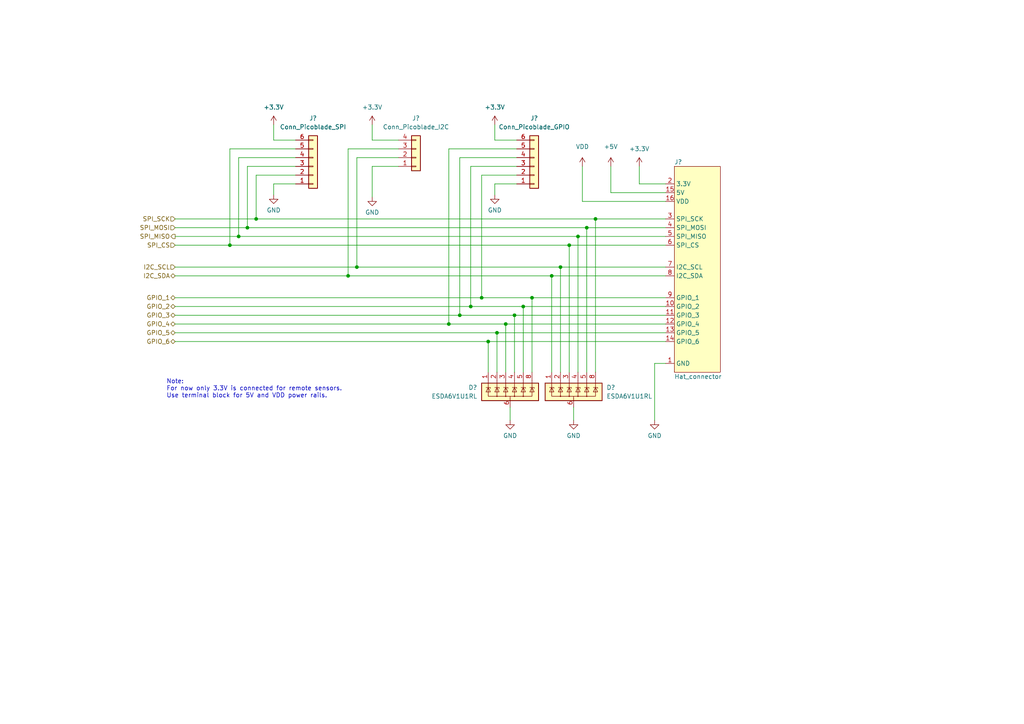
<source format=kicad_sch>
(kicad_sch (version 20211123) (generator eeschema)
  (paper "A4")
  (lib_symbols
    (symbol "0_connectors:Hat_connector"
      (property "Reference" "J" (at -6.35 -26.035 0))
      (property "Value" "Hat_connector" (at -6.985 36.195 0))
      (symbol "Hat_connector_0_0"
        (pin power_in line (at -9.525 -22.225 0) (length 2.54) (name "GND") (number "1"))
        (pin bidirectional line (at -9.525 -5.715 0) (length 2.54) (name "GPIO_2") (number "10"))
        (pin bidirectional line (at -9.525 -8.255 0) (length 2.54) (name "GPIO_3") (number "11"))
        (pin bidirectional line (at -9.525 -10.795 0) (length 2.54) (name "GPIO_4") (number "12"))
        (pin bidirectional line (at -9.525 -13.335 0) (length 2.54) (name "GPIO_5") (number "13"))
        (pin bidirectional line (at -9.525 -15.875 0) (length 2.54) (name "GPIO_6") (number "14"))
        (pin power_out line (at -9.525 27.305 0) (length 2.54) (name "5V") (number "15"))
        (pin power_out line (at -9.525 24.765 0) (length 2.54) (name "VDD") (number "16"))
        (pin power_out line (at -9.525 29.845 0) (length 2.54) (name "3.3V") (number "2"))
        (pin output line (at -9.525 19.685 0) (length 2.54) (name "SPI_SCK") (number "3"))
        (pin output line (at -9.525 17.145 0) (length 2.54) (name "SPI_MOSI") (number "4"))
        (pin input line (at -9.525 14.605 0) (length 2.54) (name "SPI_MISO") (number "5"))
        (pin output line (at -9.525 12.065 0) (length 2.54) (name "SPI_CS") (number "6"))
        (pin output line (at -9.525 5.715 0) (length 2.54) (name "I2C_SCL") (number "7"))
        (pin bidirectional line (at -9.525 3.175 0) (length 2.54) (name "I2C_SDA") (number "8"))
        (pin bidirectional line (at -9.525 -3.175 0) (length 2.54) (name "GPIO_1") (number "9"))
      )
      (symbol "Hat_connector_0_1"
        (rectangle (start -6.985 34.925) (end 6.35 -24.765) (fill (type background)))
      )
    )
    (symbol "0_power_protection:ESDA6V1U1RL" (pin_names hide)
      (property "Reference" "D" (at 12.065 9.525 0))
      (property "Value" "ESDA6V1U1RL" (at 17.78 11.43 0))
      (symbol "ESDA6V1U1RL_0_0"
        (pin passive line (at 0 -5.08 90) (length 2.54) (name "GND") (number "6"))
        (pin passive line (at 0 -5.08 90) (length 2.54) hide (name "GND") (number "7"))
      )
      (symbol "ESDA6V1U1RL_0_1"
        (rectangle (start -8.255 1.905) (end 8.255 -3.175) (stroke (width 0.254)) (fill (type background)))
        (circle (center -3.81 -1.905) (radius 0.127))
        (circle (center -1.27 -1.905) (radius 0.127))
        (polyline (pts (xy -3.81 2.54) (xy -3.81 -1.905)))
        (polyline (pts (xy -1.27 2.54) (xy -1.27 -1.905)))
        (polyline (pts (xy 0 -1.905) (xy 0 -2.54)))
        (polyline (pts (xy 1.27 2.54) (xy 1.27 -1.905)))
        (polyline (pts (xy 3.81 2.54) (xy 3.81 -1.905)))
        (polyline (pts (xy -6.985 0.635) (xy -5.715 0.635) (xy -5.715 0.381)))
        (polyline (pts (xy -4.445 0.635) (xy -3.175 0.635) (xy -3.175 0.381)))
        (polyline (pts (xy -1.905 0.635) (xy -0.635 0.635) (xy -0.635 0.381)))
        (polyline (pts (xy 0.635 0.635) (xy 1.905 0.635) (xy 1.905 0.381)))
        (polyline (pts (xy 3.175 0.635) (xy 4.445 0.635) (xy 4.445 0.381)))
        (polyline (pts (xy 5.715 0.635) (xy 6.985 0.635) (xy 6.985 0.381)))
        (polyline (pts (xy -6.985 -0.635) (xy -5.715 -0.635) (xy -6.35 0.635) (xy -6.985 -0.635)))
        (polyline (pts (xy -6.35 2.54) (xy -6.35 -1.905) (xy 6.35 -1.905) (xy 6.35 2.54)))
        (polyline (pts (xy -4.445 -0.635) (xy -3.175 -0.635) (xy -3.81 0.635) (xy -4.445 -0.635)))
        (polyline (pts (xy -1.905 -0.635) (xy -0.635 -0.635) (xy -1.27 0.635) (xy -1.905 -0.635)))
        (polyline (pts (xy 0.635 -0.635) (xy 1.905 -0.635) (xy 1.27 0.635) (xy 0.635 -0.635)))
        (polyline (pts (xy 3.175 -0.635) (xy 4.445 -0.635) (xy 3.81 0.635) (xy 3.175 -0.635)))
        (polyline (pts (xy 5.715 -0.635) (xy 6.985 -0.635) (xy 6.35 0.635) (xy 5.715 -0.635)))
        (circle (center 1.27 -1.905) (radius 0.127))
        (circle (center 3.81 -1.905) (radius 0.127))
      )
      (symbol "ESDA6V1U1RL_1_1"
        (pin passive line (at -6.35 5.08 270) (length 2.54) (name "IO1") (number "1"))
        (pin passive line (at -3.81 5.08 270) (length 2.54) (name "IO2") (number "2"))
        (pin passive line (at -1.27 5.08 270) (length 2.54) (name "IO3") (number "3"))
        (pin passive line (at 1.27 5.08 270) (length 2.54) (name "IO4") (number "4"))
        (pin passive line (at 3.81 5.08 270) (length 2.54) (name "IO5") (number "5"))
        (pin passive line (at 6.35 5.08 270) (length 2.54) (name "IO6") (number "8"))
      )
    )
    (symbol "Connector_Generic:Conn_01x04" (pin_names (offset 1.016) hide)
      (property "Reference" "J" (at 0 5.08 0))
      (property "Value" "Conn_01x04" (at 0 -7.62 0))
      (symbol "Conn_01x04_1_1"
        (rectangle (start -1.27 -4.953) (end 0 -5.207) (stroke (width 0.1524)))
        (rectangle (start -1.27 -2.413) (end 0 -2.667) (stroke (width 0.1524)))
        (rectangle (start -1.27 0.127) (end 0 -0.127) (stroke (width 0.1524)))
        (rectangle (start -1.27 2.667) (end 0 2.413) (stroke (width 0.1524)))
        (rectangle (start -1.27 3.81) (end 1.27 -6.35) (stroke (width 0.254)) (fill (type background)))
        (pin passive line (at -5.08 2.54 0) (length 3.81) (name "Pin_1") (number "1"))
        (pin passive line (at -5.08 0 0) (length 3.81) (name "Pin_2") (number "2"))
        (pin passive line (at -5.08 -2.54 0) (length 3.81) (name "Pin_3") (number "3"))
        (pin passive line (at -5.08 -5.08 0) (length 3.81) (name "Pin_4") (number "4"))
      )
    )
    (symbol "Connector_Generic:Conn_01x06" (pin_names (offset 1.016) hide)
      (property "Reference" "J" (at 0 7.62 0))
      (property "Value" "Conn_01x06" (at 0 -10.16 0))
      (symbol "Conn_01x06_1_1"
        (rectangle (start -1.27 -7.493) (end 0 -7.747) (stroke (width 0.1524)))
        (rectangle (start -1.27 -4.953) (end 0 -5.207) (stroke (width 0.1524)))
        (rectangle (start -1.27 -2.413) (end 0 -2.667) (stroke (width 0.1524)))
        (rectangle (start -1.27 0.127) (end 0 -0.127) (stroke (width 0.1524)))
        (rectangle (start -1.27 2.667) (end 0 2.413) (stroke (width 0.1524)))
        (rectangle (start -1.27 5.207) (end 0 4.953) (stroke (width 0.1524)))
        (rectangle (start -1.27 6.35) (end 1.27 -8.89) (stroke (width 0.254)) (fill (type background)))
        (pin passive line (at -5.08 5.08 0) (length 3.81) (name "Pin_1") (number "1"))
        (pin passive line (at -5.08 2.54 0) (length 3.81) (name "Pin_2") (number "2"))
        (pin passive line (at -5.08 0 0) (length 3.81) (name "Pin_3") (number "3"))
        (pin passive line (at -5.08 -2.54 0) (length 3.81) (name "Pin_4") (number "4"))
        (pin passive line (at -5.08 -5.08 0) (length 3.81) (name "Pin_5") (number "5"))
        (pin passive line (at -5.08 -7.62 0) (length 3.81) (name "Pin_6") (number "6"))
      )
    )
    (symbol "power:+3.3V" (power) (pin_names (offset 0))
      (property "Value" "+3.3V" (at 0 3.556 0))
      (symbol "+3.3V_0_1"
        (polyline (pts (xy -0.762 1.27) (xy 0 2.54)))
        (polyline (pts (xy 0 0) (xy 0 2.54)))
        (polyline (pts (xy 0 2.54) (xy 0.762 1.27)))
      )
      (symbol "+3.3V_1_1"
        (pin power_in line (at 0 0 90) (length 0) hide (name "+3.3V") (number "1"))
      )
    )
    (symbol "power:+5V" (power) (pin_names (offset 0))
      (property "Value" "+5V" (at 0 3.556 0))
      (symbol "+5V_0_1"
        (polyline (pts (xy -0.762 1.27) (xy 0 2.54)))
        (polyline (pts (xy 0 0) (xy 0 2.54)))
        (polyline (pts (xy 0 2.54) (xy 0.762 1.27)))
      )
      (symbol "+5V_1_1"
        (pin power_in line (at 0 0 90) (length 0) hide (name "+5V") (number "1"))
      )
    )
    (symbol "power:GND" (power) (pin_names (offset 0))
      (property "Value" "GND" (at 0 -3.81 0))
      (symbol "GND_0_1"
        (polyline (pts (xy 0 0) (xy 0 -1.27) (xy 1.27 -1.27) (xy 0 -2.54) (xy -1.27 -1.27) (xy 0 -1.27)))
      )
      (symbol "GND_1_1"
        (pin power_in line (at 0 0 270) (length 0) hide (name "GND") (number "1"))
      )
    )
    (symbol "power:VDD" (power) (pin_names (offset 0))
      (property "Value" "VDD" (at 0 3.81 0))
      (symbol "VDD_0_1"
        (polyline (pts (xy -0.762 1.27) (xy 0 2.54)))
        (polyline (pts (xy 0 0) (xy 0 2.54)))
        (polyline (pts (xy 0 2.54) (xy 0.762 1.27)))
      )
      (symbol "VDD_1_1"
        (pin power_in line (at 0 0 90) (length 0) hide (name "VDD") (number "1"))
      )
    )
  )
  (junction (at 100.965 80.01))
  (junction (at 165.1 71.12))
  (junction (at 66.675 71.12))
  (junction (at 160.02 80.01))
  (junction (at 133.35 91.44))
  (junction (at 69.215 68.58))
  (junction (at 172.72 63.5))
  (junction (at 71.755 66.04))
  (junction (at 103.505 77.47))
  (junction (at 154.305 86.36))
  (junction (at 130.175 93.98))
  (junction (at 170.18 66.04))
  (junction (at 149.225 91.44))
  (junction (at 167.64 68.58))
  (junction (at 144.145 96.52))
  (junction (at 162.56 77.47))
  (junction (at 74.295 63.5))
  (junction (at 141.605 99.06))
  (junction (at 136.525 88.9))
  (junction (at 146.685 93.98))
  (junction (at 151.765 88.9))
  (junction (at 139.7 86.36))
  (wire (pts (xy 167.64 68.58) (xy 167.64 107.95)))
  (wire (pts (xy 130.175 43.18) (xy 130.175 93.98)))
  (wire (pts (xy 50.8 80.01) (xy 100.965 80.01)))
  (wire (pts (xy 149.225 91.44) (xy 149.225 107.95)))
  (wire (pts (xy 74.295 50.8) (xy 74.295 63.5)))
  (wire (pts (xy 50.8 91.44) (xy 133.35 91.44)))
  (wire (pts (xy 107.95 57.15) (xy 107.95 48.26)))
  (wire (pts (xy 146.685 93.98) (xy 193.04 93.98)))
  (wire (pts (xy 143.51 36.195) (xy 143.51 40.64)))
  (wire (pts (xy 165.1 71.12) (xy 193.04 71.12)))
  (wire (pts (xy 165.1 71.12) (xy 165.1 107.95)))
  (wire (pts (xy 74.295 63.5) (xy 172.72 63.5)))
  (wire (pts (xy 136.525 88.9) (xy 151.765 88.9)))
  (wire (pts (xy 50.8 88.9) (xy 136.525 88.9)))
  (wire (pts (xy 162.56 77.47) (xy 162.56 107.95)))
  (wire (pts (xy 189.865 105.41) (xy 193.04 105.41)))
  (wire (pts (xy 79.375 36.195) (xy 79.375 40.64)))
  (wire (pts (xy 50.8 71.12) (xy 66.675 71.12)))
  (wire (pts (xy 168.91 58.42) (xy 193.04 58.42)))
  (wire (pts (xy 149.86 48.26) (xy 136.525 48.26)))
  (wire (pts (xy 143.51 56.515) (xy 143.51 53.34)))
  (wire (pts (xy 50.8 96.52) (xy 144.145 96.52)))
  (wire (pts (xy 71.755 48.26) (xy 71.755 66.04)))
  (wire (pts (xy 185.42 53.34) (xy 193.04 53.34)))
  (wire (pts (xy 151.765 88.9) (xy 151.765 107.95)))
  (wire (pts (xy 50.8 63.5) (xy 74.295 63.5)))
  (wire (pts (xy 136.525 48.26) (xy 136.525 88.9)))
  (wire (pts (xy 170.18 66.04) (xy 170.18 107.95)))
  (wire (pts (xy 172.72 63.5) (xy 172.72 107.95)))
  (wire (pts (xy 139.7 86.36) (xy 154.305 86.36)))
  (wire (pts (xy 168.91 48.26) (xy 168.91 58.42)))
  (wire (pts (xy 147.955 118.11) (xy 147.955 121.92)))
  (wire (pts (xy 50.8 66.04) (xy 71.755 66.04)))
  (wire (pts (xy 189.865 121.92) (xy 189.865 105.41)))
  (wire (pts (xy 172.72 63.5) (xy 193.04 63.5)))
  (wire (pts (xy 143.51 40.64) (xy 149.86 40.64)))
  (wire (pts (xy 133.35 45.72) (xy 133.35 91.44)))
  (wire (pts (xy 162.56 77.47) (xy 193.04 77.47)))
  (wire (pts (xy 69.215 45.72) (xy 69.215 68.58)))
  (wire (pts (xy 103.505 77.47) (xy 162.56 77.47)))
  (wire (pts (xy 141.605 99.06) (xy 193.04 99.06)))
  (wire (pts (xy 50.8 86.36) (xy 139.7 86.36)))
  (wire (pts (xy 146.685 93.98) (xy 146.685 107.95)))
  (wire (pts (xy 50.8 99.06) (xy 141.605 99.06)))
  (wire (pts (xy 50.8 93.98) (xy 130.175 93.98)))
  (wire (pts (xy 50.8 77.47) (xy 103.505 77.47)))
  (wire (pts (xy 130.175 93.98) (xy 146.685 93.98)))
  (wire (pts (xy 85.725 43.18) (xy 66.675 43.18)))
  (wire (pts (xy 85.725 45.72) (xy 69.215 45.72)))
  (wire (pts (xy 133.35 91.44) (xy 149.225 91.44)))
  (wire (pts (xy 141.605 99.06) (xy 141.605 107.95)))
  (wire (pts (xy 100.965 43.18) (xy 100.965 80.01)))
  (wire (pts (xy 85.725 50.8) (xy 74.295 50.8)))
  (wire (pts (xy 177.165 48.26) (xy 177.165 55.88)))
  (wire (pts (xy 170.18 66.04) (xy 193.04 66.04)))
  (wire (pts (xy 66.675 71.12) (xy 165.1 71.12)))
  (wire (pts (xy 143.51 53.34) (xy 149.86 53.34)))
  (wire (pts (xy 115.57 43.18) (xy 100.965 43.18)))
  (wire (pts (xy 144.145 96.52) (xy 144.145 107.95)))
  (wire (pts (xy 149.86 43.18) (xy 130.175 43.18)))
  (wire (pts (xy 177.165 55.88) (xy 193.04 55.88)))
  (wire (pts (xy 79.375 40.64) (xy 85.725 40.64)))
  (wire (pts (xy 115.57 45.72) (xy 103.505 45.72)))
  (wire (pts (xy 66.675 43.18) (xy 66.675 71.12)))
  (wire (pts (xy 144.145 96.52) (xy 193.04 96.52)))
  (wire (pts (xy 166.37 118.11) (xy 166.37 121.92)))
  (wire (pts (xy 167.64 68.58) (xy 193.04 68.58)))
  (wire (pts (xy 85.725 48.26) (xy 71.755 48.26)))
  (wire (pts (xy 71.755 66.04) (xy 170.18 66.04)))
  (wire (pts (xy 149.86 45.72) (xy 133.35 45.72)))
  (wire (pts (xy 154.305 86.36) (xy 154.305 107.95)))
  (wire (pts (xy 50.8 68.58) (xy 69.215 68.58)))
  (wire (pts (xy 149.86 50.8) (xy 139.7 50.8)))
  (wire (pts (xy 69.215 68.58) (xy 167.64 68.58)))
  (wire (pts (xy 151.765 88.9) (xy 193.04 88.9)))
  (wire (pts (xy 139.7 50.8) (xy 139.7 86.36)))
  (wire (pts (xy 154.305 86.36) (xy 193.04 86.36)))
  (wire (pts (xy 107.95 48.26) (xy 115.57 48.26)))
  (wire (pts (xy 185.42 48.26) (xy 185.42 53.34)))
  (wire (pts (xy 103.505 45.72) (xy 103.505 77.47)))
  (wire (pts (xy 107.95 36.195) (xy 107.95 40.64)))
  (wire (pts (xy 160.02 80.01) (xy 193.04 80.01)))
  (wire (pts (xy 149.225 91.44) (xy 193.04 91.44)))
  (wire (pts (xy 160.02 80.01) (xy 160.02 107.95)))
  (wire (pts (xy 79.375 53.34) (xy 85.725 53.34)))
  (wire (pts (xy 107.95 40.64) (xy 115.57 40.64)))
  (wire (pts (xy 100.965 80.01) (xy 160.02 80.01)))
  (wire (pts (xy 79.375 56.515) (xy 79.375 53.34)))
  (text "Note:\nFor now only 3.3V is connected for remote sensors.\nUse terminal block for 5V and VDD power rails." (at 48.26 115.57 0) (effects (font (size 1.27 1.27)) (justify left bottom)))
  (hierarchical_label "SPI_SCK" (shape input) (at 50.8 63.5 180))
  (hierarchical_label "GPIO_6" (shape bidirectional) (at 50.8 99.06 180))
  (hierarchical_label "GPIO_5" (shape bidirectional) (at 50.8 96.52 180))
  (hierarchical_label "SPI_MOSI" (shape input) (at 50.8 66.04 180))
  (hierarchical_label "I2C_SCL" (shape input) (at 50.8 77.47 180))
  (hierarchical_label "GPIO_4" (shape bidirectional) (at 50.8 93.98 180))
  (hierarchical_label "GPIO_2" (shape bidirectional) (at 50.8 88.9 180))
  (hierarchical_label "I2C_SDA" (shape bidirectional) (at 50.8 80.01 180))
  (hierarchical_label "GPIO_1" (shape bidirectional) (at 50.8 86.36 180))
  (hierarchical_label "SPI_CS" (shape input) (at 50.8 71.12 180))
  (hierarchical_label "SPI_MISO" (shape output) (at 50.8 68.58 180))
  (hierarchical_label "GPIO_3" (shape bidirectional) (at 50.8 91.44 180))
  (symbol (lib_id "power:GND") (at 107.95 57.15 0) (unit 1)
    (property "Reference" "#PWR?" (effects hide))
    (property "Value" "GND" (at 107.95 61.595 0))
  )
  (symbol (lib_id "0_connectors:Hat_connector") (at 202.565 83.185 0) (unit 1)
    (property "Reference" "J?" (at 195.58 46.99 0) (effects (justify left)))
    (property "Value" "Hat_connector" (at 195.58 109.22 0) (effects (justify left)))
    (property "Footprint" "0_connectors:Hat_connector" (effects hide))
  )
  (symbol (lib_id "0_power_protection:ESDA6V1U1RL") (at 147.955 113.03 0) (unit 1)
    (property "Reference" "D?" (at 138.43 112.395 0) (effects (justify right)))
    (property "Value" "ESDA6V1U1RL" (at 138.43 114.935 0) (effects (justify right)))
    (property "Footprint" "Package_SO:SOIC-8_3.9x4.9mm_P1.27mm" (effects hide))
    (property "Datasheet" "https://www.st.com/content/ccc/resource/technical/document/datasheet/80/9f/66/3a/18/37/40/81/CD00000840.pdf/files/CD00000840.pdf/jcr:content/translations/en.CD00000840.pdf" (effects hide))
    (property "Manufacturer ref" "ESDALC6V1W5" (effects hide))
    (property "Digikey ref" "497-7231-1-ND" (effects hide))
  )
  (symbol (lib_id "power:+3.3V") (at 107.95 36.195 0) (unit 1)
    (property "Reference" "#PWR?" (effects hide))
    (property "Value" "+3.3V" (at 107.95 31.115 0))
  )
  (symbol (lib_id "Connector_Generic:Conn_01x06") (at 90.805 48.26 0) (mirror x) (unit 1)
    (property "Reference" "J?" (at 90.805 34.29 0))
    (property "Value" "Conn_Picoblade_SPI" (at 90.805 36.83 0))
    (property "Footprint" "Connector_Molex:Molex_PicoBlade_53047-0610_1x06_P1.25mm_Vertical" (effects hide))
    (property "Datasheet" "https://www.molex.com/pdm_docs/sd/530470610_sd.pdf" (effects hide))
    (property "Manufacturer ref" "0530470610" (effects hide))
    (property "Digikey ref" "WM1735-ND" (effects hide))
  )
  (symbol (lib_id "power:GND") (at 189.865 121.92 0) (unit 1)
    (property "Reference" "#PWR?" (effects hide))
    (property "Value" "GND" (at 189.865 126.365 0))
  )
  (symbol (lib_id "0_power_protection:ESDA6V1U1RL") (at 166.37 113.03 0) (unit 1)
    (property "Reference" "D?" (at 175.895 112.395 0) (effects (justify left)))
    (property "Value" "ESDA6V1U1RL" (at 175.895 114.935 0) (effects (justify left)))
    (property "Footprint" "Package_SO:SOIC-8_3.9x4.9mm_P1.27mm" (effects hide))
    (property "Datasheet" "https://www.st.com/content/ccc/resource/technical/document/datasheet/80/9f/66/3a/18/37/40/81/CD00000840.pdf/files/CD00000840.pdf/jcr:content/translations/en.CD00000840.pdf" (effects hide))
    (property "Manufacturer ref" "ESDALC6V1W5" (effects hide))
    (property "Digikey ref" "497-7231-1-ND" (effects hide))
  )
  (symbol (lib_id "power:GND") (at 79.375 56.515 0) (unit 1)
    (property "Reference" "#PWR?" (effects hide))
    (property "Value" "GND" (at 79.375 60.96 0))
  )
  (symbol (lib_id "Connector_Generic:Conn_01x04") (at 120.65 45.72 0) (mirror x) (unit 1)
    (property "Reference" "J?" (at 120.65 34.29 0))
    (property "Value" "Conn_Picoblade_I2C" (at 120.65 36.83 0))
    (property "Footprint" "Connector_Molex:Molex_PicoBlade_53047-0410_1x04_P1.25mm_Vertical" (effects hide))
    (property "Datasheet" "https://www.molex.com/pdm_docs/sd/530470410_sd.pdf" (effects hide))
    (property "Manufacturer ref" "0530470410" (effects hide))
    (property "Digikey ref" "WM1733-ND" (effects hide))
  )
  (symbol (lib_id "power:+3.3V") (at 79.375 36.195 0) (unit 1)
    (property "Reference" "#PWR?" (effects hide))
    (property "Value" "+3.3V" (at 79.375 31.115 0))
  )
  (symbol (lib_id "power:+5V") (at 177.165 48.26 0) (unit 1)
    (property "Reference" "#PWR?" (effects hide))
    (property "Value" "+5V" (at 177.165 42.545 0))
  )
  (symbol (lib_id "power:GND") (at 147.955 121.92 0) (unit 1)
    (property "Reference" "#PWR?" (effects hide))
    (property "Value" "GND" (at 147.955 126.365 0))
  )
  (symbol (lib_id "Connector_Generic:Conn_01x06") (at 154.94 48.26 0) (mirror x) (unit 1)
    (property "Reference" "J?" (at 154.94 34.29 0))
    (property "Value" "Conn_Picoblade_GPIO" (at 154.94 36.83 0))
    (property "Footprint" "Connector_Molex:Molex_PicoBlade_53047-0610_1x06_P1.25mm_Vertical" (effects hide))
    (property "Datasheet" "https://www.molex.com/pdm_docs/sd/530470610_sd.pdf" (effects hide))
    (property "Manufacturer ref" "0530470610" (effects hide))
    (property "Digikey ref" "WM1735-ND" (effects hide))
  )
  (symbol (lib_id "power:GND") (at 143.51 56.515 0) (unit 1)
    (property "Reference" "#PWR?" (effects hide))
    (property "Value" "GND" (at 143.51 60.96 0))
  )
  (symbol (lib_id "power:+3.3V") (at 185.42 48.26 0) (unit 1)
    (property "Reference" "#PWR?" (effects hide))
    (property "Value" "+3.3V" (at 185.42 43.18 0))
  )
  (symbol (lib_id "power:GND") (at 166.37 121.92 0) (unit 1)
    (property "Reference" "#PWR?" (effects hide))
    (property "Value" "GND" (at 166.37 126.365 0))
  )
  (symbol (lib_id "power:+3.3V") (at 143.51 36.195 0) (unit 1)
    (property "Reference" "#PWR?" (effects hide))
    (property "Value" "+3.3V" (at 143.51 31.115 0))
  )
  (symbol (lib_id "power:VDD") (at 168.91 48.26 0) (unit 1)
    (property "Reference" "#PWR?" (effects hide))
    (property "Value" "VDD" (at 168.91 42.545 0))
  )
)
</source>
